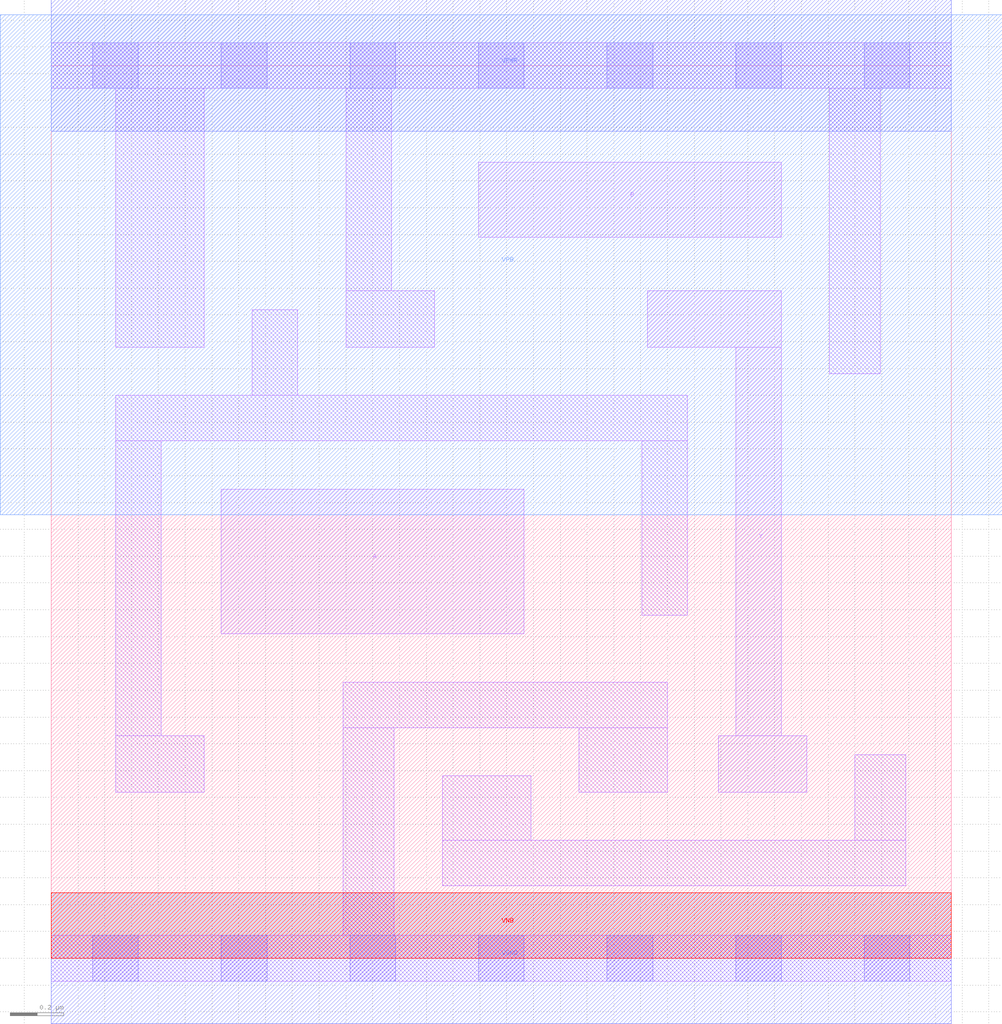
<source format=lef>
# Copyright 2020 The SkyWater PDK Authors
#
# Licensed under the Apache License, Version 2.0 (the "License");
# you may not use this file except in compliance with the License.
# You may obtain a copy of the License at
#
#     https://www.apache.org/licenses/LICENSE-2.0
#
# Unless required by applicable law or agreed to in writing, software
# distributed under the License is distributed on an "AS IS" BASIS,
# WITHOUT WARRANTIES OR CONDITIONS OF ANY KIND, either express or implied.
# See the License for the specific language governing permissions and
# limitations under the License.
#
# SPDX-License-Identifier: Apache-2.0

VERSION 5.7 ;
  NOWIREEXTENSIONATPIN ON ;
  DIVIDERCHAR "/" ;
  BUSBITCHARS "[]" ;
MACRO sky130_fd_sc_lp__xnor2_m
  CLASS CORE ;
  FOREIGN sky130_fd_sc_lp__xnor2_m ;
  ORIGIN  0.000000  0.000000 ;
  SIZE  3.360000 BY  3.330000 ;
  SYMMETRY X Y R90 ;
  SITE unit ;
  PIN A
    ANTENNAGATEAREA  0.252000 ;
    DIRECTION INPUT ;
    USE SIGNAL ;
    PORT
      LAYER li1 ;
        RECT 0.635000 1.210000 1.765000 1.750000 ;
    END
  END A
  PIN B
    ANTENNAGATEAREA  0.252000 ;
    DIRECTION INPUT ;
    USE SIGNAL ;
    PORT
      LAYER li1 ;
        RECT 1.595000 2.690000 2.725000 2.970000 ;
    END
  END B
  PIN Y
    ANTENNADIFFAREA  0.426300 ;
    DIRECTION OUTPUT ;
    USE SIGNAL ;
    PORT
      LAYER li1 ;
        RECT 2.225000 2.280000 2.725000 2.490000 ;
        RECT 2.490000 0.620000 2.820000 0.830000 ;
        RECT 2.555000 0.830000 2.725000 2.280000 ;
    END
  END Y
  PIN VGND
    DIRECTION INOUT ;
    USE GROUND ;
    PORT
      LAYER met1 ;
        RECT 0.000000 -0.245000 3.360000 0.245000 ;
    END
  END VGND
  PIN VNB
    DIRECTION INOUT ;
    USE GROUND ;
    PORT
      LAYER pwell ;
        RECT 0.000000 0.000000 3.360000 0.245000 ;
    END
  END VNB
  PIN VPB
    DIRECTION INOUT ;
    USE POWER ;
    PORT
      LAYER nwell ;
        RECT -0.190000 1.655000 3.550000 3.520000 ;
    END
  END VPB
  PIN VPWR
    DIRECTION INOUT ;
    USE POWER ;
    PORT
      LAYER met1 ;
        RECT 0.000000 3.085000 3.360000 3.575000 ;
    END
  END VPWR
  OBS
    LAYER li1 ;
      RECT 0.000000 -0.085000 3.360000 0.085000 ;
      RECT 0.000000  3.245000 3.360000 3.415000 ;
      RECT 0.240000  0.620000 0.570000 0.830000 ;
      RECT 0.240000  0.830000 0.410000 1.930000 ;
      RECT 0.240000  1.930000 2.375000 2.100000 ;
      RECT 0.240000  2.280000 0.570000 3.245000 ;
      RECT 0.750000  2.100000 0.920000 2.420000 ;
      RECT 1.090000  0.085000 1.280000 0.860000 ;
      RECT 1.090000  0.860000 2.300000 1.030000 ;
      RECT 1.100000  2.280000 1.430000 2.490000 ;
      RECT 1.100000  2.490000 1.270000 3.245000 ;
      RECT 1.460000  0.270000 3.190000 0.440000 ;
      RECT 1.460000  0.440000 1.790000 0.680000 ;
      RECT 1.970000  0.620000 2.300000 0.860000 ;
      RECT 2.205000  1.280000 2.375000 1.930000 ;
      RECT 2.905000  2.180000 3.095000 3.245000 ;
      RECT 3.000000  0.440000 3.190000 0.760000 ;
    LAYER mcon ;
      RECT 0.155000 -0.085000 0.325000 0.085000 ;
      RECT 0.155000  3.245000 0.325000 3.415000 ;
      RECT 0.635000 -0.085000 0.805000 0.085000 ;
      RECT 0.635000  3.245000 0.805000 3.415000 ;
      RECT 1.115000 -0.085000 1.285000 0.085000 ;
      RECT 1.115000  3.245000 1.285000 3.415000 ;
      RECT 1.595000 -0.085000 1.765000 0.085000 ;
      RECT 1.595000  3.245000 1.765000 3.415000 ;
      RECT 2.075000 -0.085000 2.245000 0.085000 ;
      RECT 2.075000  3.245000 2.245000 3.415000 ;
      RECT 2.555000 -0.085000 2.725000 0.085000 ;
      RECT 2.555000  3.245000 2.725000 3.415000 ;
      RECT 3.035000 -0.085000 3.205000 0.085000 ;
      RECT 3.035000  3.245000 3.205000 3.415000 ;
  END
END sky130_fd_sc_lp__xnor2_m
END LIBRARY

</source>
